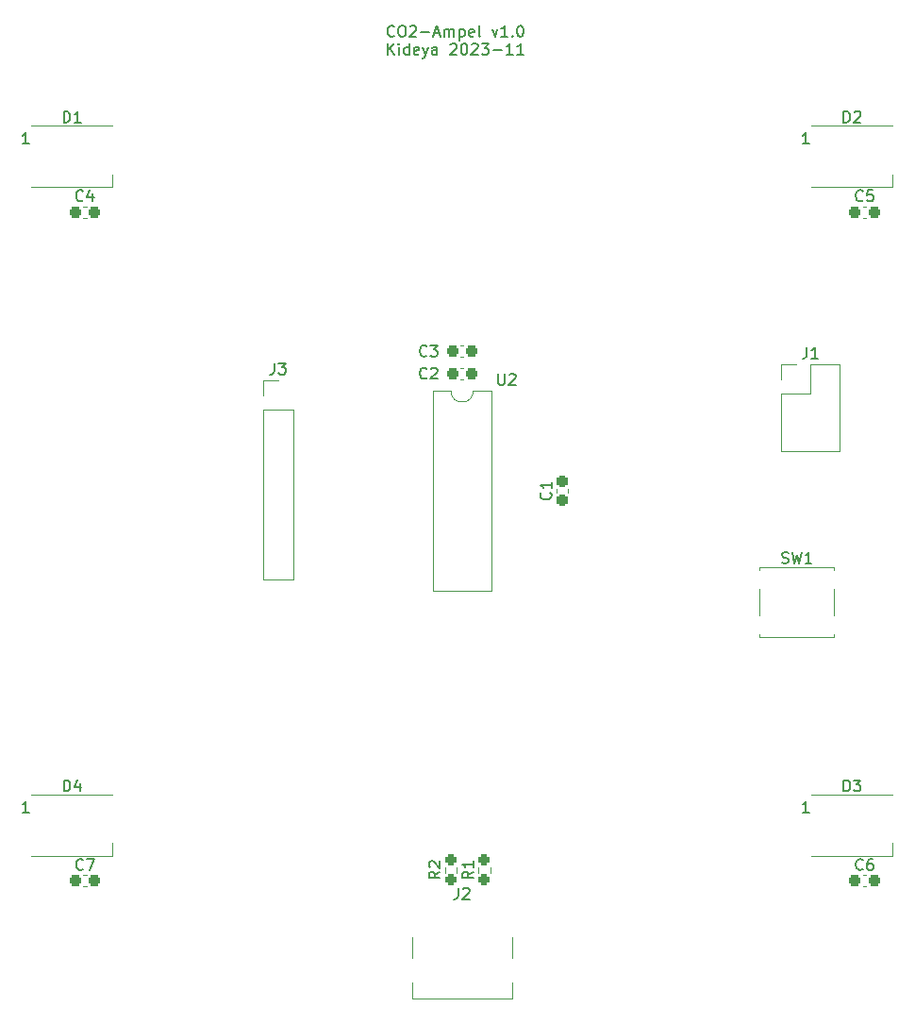
<source format=gto>
%TF.GenerationSoftware,KiCad,Pcbnew,7.0.9*%
%TF.CreationDate,2023-11-22T04:12:16+01:00*%
%TF.ProjectId,Co2-Sensor,436f322d-5365-46e7-936f-722e6b696361,rev?*%
%TF.SameCoordinates,Original*%
%TF.FileFunction,Legend,Top*%
%TF.FilePolarity,Positive*%
%FSLAX46Y46*%
G04 Gerber Fmt 4.6, Leading zero omitted, Abs format (unit mm)*
G04 Created by KiCad (PCBNEW 7.0.9) date 2023-11-22 04:12:16*
%MOMM*%
%LPD*%
G01*
G04 APERTURE LIST*
G04 Aperture macros list*
%AMRoundRect*
0 Rectangle with rounded corners*
0 $1 Rounding radius*
0 $2 $3 $4 $5 $6 $7 $8 $9 X,Y pos of 4 corners*
0 Add a 4 corners polygon primitive as box body*
4,1,4,$2,$3,$4,$5,$6,$7,$8,$9,$2,$3,0*
0 Add four circle primitives for the rounded corners*
1,1,$1+$1,$2,$3*
1,1,$1+$1,$4,$5*
1,1,$1+$1,$6,$7*
1,1,$1+$1,$8,$9*
0 Add four rect primitives between the rounded corners*
20,1,$1+$1,$2,$3,$4,$5,0*
20,1,$1+$1,$4,$5,$6,$7,0*
20,1,$1+$1,$6,$7,$8,$9,0*
20,1,$1+$1,$8,$9,$2,$3,0*%
G04 Aperture macros list end*
%ADD10C,0.150000*%
%ADD11C,0.120000*%
%ADD12RoundRect,0.237500X0.237500X-0.250000X0.237500X0.250000X-0.237500X0.250000X-0.237500X-0.250000X0*%
%ADD13RoundRect,0.237500X0.237500X-0.300000X0.237500X0.300000X-0.237500X0.300000X-0.237500X-0.300000X0*%
%ADD14C,3.200000*%
%ADD15RoundRect,0.237500X-0.300000X-0.237500X0.300000X-0.237500X0.300000X0.237500X-0.300000X0.237500X0*%
%ADD16R,1.500000X0.900000*%
%ADD17R,1.700000X1.700000*%
%ADD18O,1.700000X1.700000*%
%ADD19R,1.600000X1.600000*%
%ADD20O,1.600000X1.600000*%
%ADD21C,0.600000*%
%ADD22R,0.600000X1.160000*%
%ADD23R,0.300000X1.160000*%
%ADD24O,0.900000X2.000000*%
%ADD25O,0.900000X1.700000*%
%ADD26R,3.200000X1.000000*%
G04 APERTURE END LIST*
D10*
X107908207Y-44164580D02*
X107860588Y-44212200D01*
X107860588Y-44212200D02*
X107717731Y-44259819D01*
X107717731Y-44259819D02*
X107622493Y-44259819D01*
X107622493Y-44259819D02*
X107479636Y-44212200D01*
X107479636Y-44212200D02*
X107384398Y-44116961D01*
X107384398Y-44116961D02*
X107336779Y-44021723D01*
X107336779Y-44021723D02*
X107289160Y-43831247D01*
X107289160Y-43831247D02*
X107289160Y-43688390D01*
X107289160Y-43688390D02*
X107336779Y-43497914D01*
X107336779Y-43497914D02*
X107384398Y-43402676D01*
X107384398Y-43402676D02*
X107479636Y-43307438D01*
X107479636Y-43307438D02*
X107622493Y-43259819D01*
X107622493Y-43259819D02*
X107717731Y-43259819D01*
X107717731Y-43259819D02*
X107860588Y-43307438D01*
X107860588Y-43307438D02*
X107908207Y-43355057D01*
X108527255Y-43259819D02*
X108717731Y-43259819D01*
X108717731Y-43259819D02*
X108812969Y-43307438D01*
X108812969Y-43307438D02*
X108908207Y-43402676D01*
X108908207Y-43402676D02*
X108955826Y-43593152D01*
X108955826Y-43593152D02*
X108955826Y-43926485D01*
X108955826Y-43926485D02*
X108908207Y-44116961D01*
X108908207Y-44116961D02*
X108812969Y-44212200D01*
X108812969Y-44212200D02*
X108717731Y-44259819D01*
X108717731Y-44259819D02*
X108527255Y-44259819D01*
X108527255Y-44259819D02*
X108432017Y-44212200D01*
X108432017Y-44212200D02*
X108336779Y-44116961D01*
X108336779Y-44116961D02*
X108289160Y-43926485D01*
X108289160Y-43926485D02*
X108289160Y-43593152D01*
X108289160Y-43593152D02*
X108336779Y-43402676D01*
X108336779Y-43402676D02*
X108432017Y-43307438D01*
X108432017Y-43307438D02*
X108527255Y-43259819D01*
X109336779Y-43355057D02*
X109384398Y-43307438D01*
X109384398Y-43307438D02*
X109479636Y-43259819D01*
X109479636Y-43259819D02*
X109717731Y-43259819D01*
X109717731Y-43259819D02*
X109812969Y-43307438D01*
X109812969Y-43307438D02*
X109860588Y-43355057D01*
X109860588Y-43355057D02*
X109908207Y-43450295D01*
X109908207Y-43450295D02*
X109908207Y-43545533D01*
X109908207Y-43545533D02*
X109860588Y-43688390D01*
X109860588Y-43688390D02*
X109289160Y-44259819D01*
X109289160Y-44259819D02*
X109908207Y-44259819D01*
X110336779Y-43878866D02*
X111098684Y-43878866D01*
X111527255Y-43974104D02*
X112003445Y-43974104D01*
X111432017Y-44259819D02*
X111765350Y-43259819D01*
X111765350Y-43259819D02*
X112098683Y-44259819D01*
X112432017Y-44259819D02*
X112432017Y-43593152D01*
X112432017Y-43688390D02*
X112479636Y-43640771D01*
X112479636Y-43640771D02*
X112574874Y-43593152D01*
X112574874Y-43593152D02*
X112717731Y-43593152D01*
X112717731Y-43593152D02*
X112812969Y-43640771D01*
X112812969Y-43640771D02*
X112860588Y-43736009D01*
X112860588Y-43736009D02*
X112860588Y-44259819D01*
X112860588Y-43736009D02*
X112908207Y-43640771D01*
X112908207Y-43640771D02*
X113003445Y-43593152D01*
X113003445Y-43593152D02*
X113146302Y-43593152D01*
X113146302Y-43593152D02*
X113241541Y-43640771D01*
X113241541Y-43640771D02*
X113289160Y-43736009D01*
X113289160Y-43736009D02*
X113289160Y-44259819D01*
X113765350Y-43593152D02*
X113765350Y-44593152D01*
X113765350Y-43640771D02*
X113860588Y-43593152D01*
X113860588Y-43593152D02*
X114051064Y-43593152D01*
X114051064Y-43593152D02*
X114146302Y-43640771D01*
X114146302Y-43640771D02*
X114193921Y-43688390D01*
X114193921Y-43688390D02*
X114241540Y-43783628D01*
X114241540Y-43783628D02*
X114241540Y-44069342D01*
X114241540Y-44069342D02*
X114193921Y-44164580D01*
X114193921Y-44164580D02*
X114146302Y-44212200D01*
X114146302Y-44212200D02*
X114051064Y-44259819D01*
X114051064Y-44259819D02*
X113860588Y-44259819D01*
X113860588Y-44259819D02*
X113765350Y-44212200D01*
X115051064Y-44212200D02*
X114955826Y-44259819D01*
X114955826Y-44259819D02*
X114765350Y-44259819D01*
X114765350Y-44259819D02*
X114670112Y-44212200D01*
X114670112Y-44212200D02*
X114622493Y-44116961D01*
X114622493Y-44116961D02*
X114622493Y-43736009D01*
X114622493Y-43736009D02*
X114670112Y-43640771D01*
X114670112Y-43640771D02*
X114765350Y-43593152D01*
X114765350Y-43593152D02*
X114955826Y-43593152D01*
X114955826Y-43593152D02*
X115051064Y-43640771D01*
X115051064Y-43640771D02*
X115098683Y-43736009D01*
X115098683Y-43736009D02*
X115098683Y-43831247D01*
X115098683Y-43831247D02*
X114622493Y-43926485D01*
X115670112Y-44259819D02*
X115574874Y-44212200D01*
X115574874Y-44212200D02*
X115527255Y-44116961D01*
X115527255Y-44116961D02*
X115527255Y-43259819D01*
X116717732Y-43593152D02*
X116955827Y-44259819D01*
X116955827Y-44259819D02*
X117193922Y-43593152D01*
X118098684Y-44259819D02*
X117527256Y-44259819D01*
X117812970Y-44259819D02*
X117812970Y-43259819D01*
X117812970Y-43259819D02*
X117717732Y-43402676D01*
X117717732Y-43402676D02*
X117622494Y-43497914D01*
X117622494Y-43497914D02*
X117527256Y-43545533D01*
X118527256Y-44164580D02*
X118574875Y-44212200D01*
X118574875Y-44212200D02*
X118527256Y-44259819D01*
X118527256Y-44259819D02*
X118479637Y-44212200D01*
X118479637Y-44212200D02*
X118527256Y-44164580D01*
X118527256Y-44164580D02*
X118527256Y-44259819D01*
X119193922Y-43259819D02*
X119289160Y-43259819D01*
X119289160Y-43259819D02*
X119384398Y-43307438D01*
X119384398Y-43307438D02*
X119432017Y-43355057D01*
X119432017Y-43355057D02*
X119479636Y-43450295D01*
X119479636Y-43450295D02*
X119527255Y-43640771D01*
X119527255Y-43640771D02*
X119527255Y-43878866D01*
X119527255Y-43878866D02*
X119479636Y-44069342D01*
X119479636Y-44069342D02*
X119432017Y-44164580D01*
X119432017Y-44164580D02*
X119384398Y-44212200D01*
X119384398Y-44212200D02*
X119289160Y-44259819D01*
X119289160Y-44259819D02*
X119193922Y-44259819D01*
X119193922Y-44259819D02*
X119098684Y-44212200D01*
X119098684Y-44212200D02*
X119051065Y-44164580D01*
X119051065Y-44164580D02*
X119003446Y-44069342D01*
X119003446Y-44069342D02*
X118955827Y-43878866D01*
X118955827Y-43878866D02*
X118955827Y-43640771D01*
X118955827Y-43640771D02*
X119003446Y-43450295D01*
X119003446Y-43450295D02*
X119051065Y-43355057D01*
X119051065Y-43355057D02*
X119098684Y-43307438D01*
X119098684Y-43307438D02*
X119193922Y-43259819D01*
X107336779Y-45869819D02*
X107336779Y-44869819D01*
X107908207Y-45869819D02*
X107479636Y-45298390D01*
X107908207Y-44869819D02*
X107336779Y-45441247D01*
X108336779Y-45869819D02*
X108336779Y-45203152D01*
X108336779Y-44869819D02*
X108289160Y-44917438D01*
X108289160Y-44917438D02*
X108336779Y-44965057D01*
X108336779Y-44965057D02*
X108384398Y-44917438D01*
X108384398Y-44917438D02*
X108336779Y-44869819D01*
X108336779Y-44869819D02*
X108336779Y-44965057D01*
X109241540Y-45869819D02*
X109241540Y-44869819D01*
X109241540Y-45822200D02*
X109146302Y-45869819D01*
X109146302Y-45869819D02*
X108955826Y-45869819D01*
X108955826Y-45869819D02*
X108860588Y-45822200D01*
X108860588Y-45822200D02*
X108812969Y-45774580D01*
X108812969Y-45774580D02*
X108765350Y-45679342D01*
X108765350Y-45679342D02*
X108765350Y-45393628D01*
X108765350Y-45393628D02*
X108812969Y-45298390D01*
X108812969Y-45298390D02*
X108860588Y-45250771D01*
X108860588Y-45250771D02*
X108955826Y-45203152D01*
X108955826Y-45203152D02*
X109146302Y-45203152D01*
X109146302Y-45203152D02*
X109241540Y-45250771D01*
X110098683Y-45822200D02*
X110003445Y-45869819D01*
X110003445Y-45869819D02*
X109812969Y-45869819D01*
X109812969Y-45869819D02*
X109717731Y-45822200D01*
X109717731Y-45822200D02*
X109670112Y-45726961D01*
X109670112Y-45726961D02*
X109670112Y-45346009D01*
X109670112Y-45346009D02*
X109717731Y-45250771D01*
X109717731Y-45250771D02*
X109812969Y-45203152D01*
X109812969Y-45203152D02*
X110003445Y-45203152D01*
X110003445Y-45203152D02*
X110098683Y-45250771D01*
X110098683Y-45250771D02*
X110146302Y-45346009D01*
X110146302Y-45346009D02*
X110146302Y-45441247D01*
X110146302Y-45441247D02*
X109670112Y-45536485D01*
X110479636Y-45203152D02*
X110717731Y-45869819D01*
X110955826Y-45203152D02*
X110717731Y-45869819D01*
X110717731Y-45869819D02*
X110622493Y-46107914D01*
X110622493Y-46107914D02*
X110574874Y-46155533D01*
X110574874Y-46155533D02*
X110479636Y-46203152D01*
X111765350Y-45869819D02*
X111765350Y-45346009D01*
X111765350Y-45346009D02*
X111717731Y-45250771D01*
X111717731Y-45250771D02*
X111622493Y-45203152D01*
X111622493Y-45203152D02*
X111432017Y-45203152D01*
X111432017Y-45203152D02*
X111336779Y-45250771D01*
X111765350Y-45822200D02*
X111670112Y-45869819D01*
X111670112Y-45869819D02*
X111432017Y-45869819D01*
X111432017Y-45869819D02*
X111336779Y-45822200D01*
X111336779Y-45822200D02*
X111289160Y-45726961D01*
X111289160Y-45726961D02*
X111289160Y-45631723D01*
X111289160Y-45631723D02*
X111336779Y-45536485D01*
X111336779Y-45536485D02*
X111432017Y-45488866D01*
X111432017Y-45488866D02*
X111670112Y-45488866D01*
X111670112Y-45488866D02*
X111765350Y-45441247D01*
X112955827Y-44965057D02*
X113003446Y-44917438D01*
X113003446Y-44917438D02*
X113098684Y-44869819D01*
X113098684Y-44869819D02*
X113336779Y-44869819D01*
X113336779Y-44869819D02*
X113432017Y-44917438D01*
X113432017Y-44917438D02*
X113479636Y-44965057D01*
X113479636Y-44965057D02*
X113527255Y-45060295D01*
X113527255Y-45060295D02*
X113527255Y-45155533D01*
X113527255Y-45155533D02*
X113479636Y-45298390D01*
X113479636Y-45298390D02*
X112908208Y-45869819D01*
X112908208Y-45869819D02*
X113527255Y-45869819D01*
X114146303Y-44869819D02*
X114241541Y-44869819D01*
X114241541Y-44869819D02*
X114336779Y-44917438D01*
X114336779Y-44917438D02*
X114384398Y-44965057D01*
X114384398Y-44965057D02*
X114432017Y-45060295D01*
X114432017Y-45060295D02*
X114479636Y-45250771D01*
X114479636Y-45250771D02*
X114479636Y-45488866D01*
X114479636Y-45488866D02*
X114432017Y-45679342D01*
X114432017Y-45679342D02*
X114384398Y-45774580D01*
X114384398Y-45774580D02*
X114336779Y-45822200D01*
X114336779Y-45822200D02*
X114241541Y-45869819D01*
X114241541Y-45869819D02*
X114146303Y-45869819D01*
X114146303Y-45869819D02*
X114051065Y-45822200D01*
X114051065Y-45822200D02*
X114003446Y-45774580D01*
X114003446Y-45774580D02*
X113955827Y-45679342D01*
X113955827Y-45679342D02*
X113908208Y-45488866D01*
X113908208Y-45488866D02*
X113908208Y-45250771D01*
X113908208Y-45250771D02*
X113955827Y-45060295D01*
X113955827Y-45060295D02*
X114003446Y-44965057D01*
X114003446Y-44965057D02*
X114051065Y-44917438D01*
X114051065Y-44917438D02*
X114146303Y-44869819D01*
X114860589Y-44965057D02*
X114908208Y-44917438D01*
X114908208Y-44917438D02*
X115003446Y-44869819D01*
X115003446Y-44869819D02*
X115241541Y-44869819D01*
X115241541Y-44869819D02*
X115336779Y-44917438D01*
X115336779Y-44917438D02*
X115384398Y-44965057D01*
X115384398Y-44965057D02*
X115432017Y-45060295D01*
X115432017Y-45060295D02*
X115432017Y-45155533D01*
X115432017Y-45155533D02*
X115384398Y-45298390D01*
X115384398Y-45298390D02*
X114812970Y-45869819D01*
X114812970Y-45869819D02*
X115432017Y-45869819D01*
X115765351Y-44869819D02*
X116384398Y-44869819D01*
X116384398Y-44869819D02*
X116051065Y-45250771D01*
X116051065Y-45250771D02*
X116193922Y-45250771D01*
X116193922Y-45250771D02*
X116289160Y-45298390D01*
X116289160Y-45298390D02*
X116336779Y-45346009D01*
X116336779Y-45346009D02*
X116384398Y-45441247D01*
X116384398Y-45441247D02*
X116384398Y-45679342D01*
X116384398Y-45679342D02*
X116336779Y-45774580D01*
X116336779Y-45774580D02*
X116289160Y-45822200D01*
X116289160Y-45822200D02*
X116193922Y-45869819D01*
X116193922Y-45869819D02*
X115908208Y-45869819D01*
X115908208Y-45869819D02*
X115812970Y-45822200D01*
X115812970Y-45822200D02*
X115765351Y-45774580D01*
X116812970Y-45488866D02*
X117574875Y-45488866D01*
X118574874Y-45869819D02*
X118003446Y-45869819D01*
X118289160Y-45869819D02*
X118289160Y-44869819D01*
X118289160Y-44869819D02*
X118193922Y-45012676D01*
X118193922Y-45012676D02*
X118098684Y-45107914D01*
X118098684Y-45107914D02*
X118003446Y-45155533D01*
X119527255Y-45869819D02*
X118955827Y-45869819D01*
X119241541Y-45869819D02*
X119241541Y-44869819D01*
X119241541Y-44869819D02*
X119146303Y-45012676D01*
X119146303Y-45012676D02*
X119051065Y-45107914D01*
X119051065Y-45107914D02*
X118955827Y-45155533D01*
X112024819Y-119166666D02*
X111548628Y-119499999D01*
X112024819Y-119738094D02*
X111024819Y-119738094D01*
X111024819Y-119738094D02*
X111024819Y-119357142D01*
X111024819Y-119357142D02*
X111072438Y-119261904D01*
X111072438Y-119261904D02*
X111120057Y-119214285D01*
X111120057Y-119214285D02*
X111215295Y-119166666D01*
X111215295Y-119166666D02*
X111358152Y-119166666D01*
X111358152Y-119166666D02*
X111453390Y-119214285D01*
X111453390Y-119214285D02*
X111501009Y-119261904D01*
X111501009Y-119261904D02*
X111548628Y-119357142D01*
X111548628Y-119357142D02*
X111548628Y-119738094D01*
X111120057Y-118785713D02*
X111072438Y-118738094D01*
X111072438Y-118738094D02*
X111024819Y-118642856D01*
X111024819Y-118642856D02*
X111024819Y-118404761D01*
X111024819Y-118404761D02*
X111072438Y-118309523D01*
X111072438Y-118309523D02*
X111120057Y-118261904D01*
X111120057Y-118261904D02*
X111215295Y-118214285D01*
X111215295Y-118214285D02*
X111310533Y-118214285D01*
X111310533Y-118214285D02*
X111453390Y-118261904D01*
X111453390Y-118261904D02*
X112024819Y-118833332D01*
X112024819Y-118833332D02*
X112024819Y-118214285D01*
X121929580Y-85166666D02*
X121977200Y-85214285D01*
X121977200Y-85214285D02*
X122024819Y-85357142D01*
X122024819Y-85357142D02*
X122024819Y-85452380D01*
X122024819Y-85452380D02*
X121977200Y-85595237D01*
X121977200Y-85595237D02*
X121881961Y-85690475D01*
X121881961Y-85690475D02*
X121786723Y-85738094D01*
X121786723Y-85738094D02*
X121596247Y-85785713D01*
X121596247Y-85785713D02*
X121453390Y-85785713D01*
X121453390Y-85785713D02*
X121262914Y-85738094D01*
X121262914Y-85738094D02*
X121167676Y-85690475D01*
X121167676Y-85690475D02*
X121072438Y-85595237D01*
X121072438Y-85595237D02*
X121024819Y-85452380D01*
X121024819Y-85452380D02*
X121024819Y-85357142D01*
X121024819Y-85357142D02*
X121072438Y-85214285D01*
X121072438Y-85214285D02*
X121120057Y-85166666D01*
X122024819Y-84214285D02*
X122024819Y-84785713D01*
X122024819Y-84499999D02*
X121024819Y-84499999D01*
X121024819Y-84499999D02*
X121167676Y-84595237D01*
X121167676Y-84595237D02*
X121262914Y-84690475D01*
X121262914Y-84690475D02*
X121310533Y-84785713D01*
X110833333Y-74859580D02*
X110785714Y-74907200D01*
X110785714Y-74907200D02*
X110642857Y-74954819D01*
X110642857Y-74954819D02*
X110547619Y-74954819D01*
X110547619Y-74954819D02*
X110404762Y-74907200D01*
X110404762Y-74907200D02*
X110309524Y-74811961D01*
X110309524Y-74811961D02*
X110261905Y-74716723D01*
X110261905Y-74716723D02*
X110214286Y-74526247D01*
X110214286Y-74526247D02*
X110214286Y-74383390D01*
X110214286Y-74383390D02*
X110261905Y-74192914D01*
X110261905Y-74192914D02*
X110309524Y-74097676D01*
X110309524Y-74097676D02*
X110404762Y-74002438D01*
X110404762Y-74002438D02*
X110547619Y-73954819D01*
X110547619Y-73954819D02*
X110642857Y-73954819D01*
X110642857Y-73954819D02*
X110785714Y-74002438D01*
X110785714Y-74002438D02*
X110833333Y-74050057D01*
X111214286Y-74050057D02*
X111261905Y-74002438D01*
X111261905Y-74002438D02*
X111357143Y-73954819D01*
X111357143Y-73954819D02*
X111595238Y-73954819D01*
X111595238Y-73954819D02*
X111690476Y-74002438D01*
X111690476Y-74002438D02*
X111738095Y-74050057D01*
X111738095Y-74050057D02*
X111785714Y-74145295D01*
X111785714Y-74145295D02*
X111785714Y-74240533D01*
X111785714Y-74240533D02*
X111738095Y-74383390D01*
X111738095Y-74383390D02*
X111166667Y-74954819D01*
X111166667Y-74954819D02*
X111785714Y-74954819D01*
X148261905Y-51954819D02*
X148261905Y-50954819D01*
X148261905Y-50954819D02*
X148500000Y-50954819D01*
X148500000Y-50954819D02*
X148642857Y-51002438D01*
X148642857Y-51002438D02*
X148738095Y-51097676D01*
X148738095Y-51097676D02*
X148785714Y-51192914D01*
X148785714Y-51192914D02*
X148833333Y-51383390D01*
X148833333Y-51383390D02*
X148833333Y-51526247D01*
X148833333Y-51526247D02*
X148785714Y-51716723D01*
X148785714Y-51716723D02*
X148738095Y-51811961D01*
X148738095Y-51811961D02*
X148642857Y-51907200D01*
X148642857Y-51907200D02*
X148500000Y-51954819D01*
X148500000Y-51954819D02*
X148261905Y-51954819D01*
X149214286Y-51050057D02*
X149261905Y-51002438D01*
X149261905Y-51002438D02*
X149357143Y-50954819D01*
X149357143Y-50954819D02*
X149595238Y-50954819D01*
X149595238Y-50954819D02*
X149690476Y-51002438D01*
X149690476Y-51002438D02*
X149738095Y-51050057D01*
X149738095Y-51050057D02*
X149785714Y-51145295D01*
X149785714Y-51145295D02*
X149785714Y-51240533D01*
X149785714Y-51240533D02*
X149738095Y-51383390D01*
X149738095Y-51383390D02*
X149166667Y-51954819D01*
X149166667Y-51954819D02*
X149785714Y-51954819D01*
X145135714Y-53854819D02*
X144564286Y-53854819D01*
X144850000Y-53854819D02*
X144850000Y-52854819D01*
X144850000Y-52854819D02*
X144754762Y-52997676D01*
X144754762Y-52997676D02*
X144659524Y-53092914D01*
X144659524Y-53092914D02*
X144564286Y-53140533D01*
X110833333Y-72859580D02*
X110785714Y-72907200D01*
X110785714Y-72907200D02*
X110642857Y-72954819D01*
X110642857Y-72954819D02*
X110547619Y-72954819D01*
X110547619Y-72954819D02*
X110404762Y-72907200D01*
X110404762Y-72907200D02*
X110309524Y-72811961D01*
X110309524Y-72811961D02*
X110261905Y-72716723D01*
X110261905Y-72716723D02*
X110214286Y-72526247D01*
X110214286Y-72526247D02*
X110214286Y-72383390D01*
X110214286Y-72383390D02*
X110261905Y-72192914D01*
X110261905Y-72192914D02*
X110309524Y-72097676D01*
X110309524Y-72097676D02*
X110404762Y-72002438D01*
X110404762Y-72002438D02*
X110547619Y-71954819D01*
X110547619Y-71954819D02*
X110642857Y-71954819D01*
X110642857Y-71954819D02*
X110785714Y-72002438D01*
X110785714Y-72002438D02*
X110833333Y-72050057D01*
X111166667Y-71954819D02*
X111785714Y-71954819D01*
X111785714Y-71954819D02*
X111452381Y-72335771D01*
X111452381Y-72335771D02*
X111595238Y-72335771D01*
X111595238Y-72335771D02*
X111690476Y-72383390D01*
X111690476Y-72383390D02*
X111738095Y-72431009D01*
X111738095Y-72431009D02*
X111785714Y-72526247D01*
X111785714Y-72526247D02*
X111785714Y-72764342D01*
X111785714Y-72764342D02*
X111738095Y-72859580D01*
X111738095Y-72859580D02*
X111690476Y-72907200D01*
X111690476Y-72907200D02*
X111595238Y-72954819D01*
X111595238Y-72954819D02*
X111309524Y-72954819D01*
X111309524Y-72954819D02*
X111214286Y-72907200D01*
X111214286Y-72907200D02*
X111166667Y-72859580D01*
X144936666Y-72124819D02*
X144936666Y-72839104D01*
X144936666Y-72839104D02*
X144889047Y-72981961D01*
X144889047Y-72981961D02*
X144793809Y-73077200D01*
X144793809Y-73077200D02*
X144650952Y-73124819D01*
X144650952Y-73124819D02*
X144555714Y-73124819D01*
X145936666Y-73124819D02*
X145365238Y-73124819D01*
X145650952Y-73124819D02*
X145650952Y-72124819D01*
X145650952Y-72124819D02*
X145555714Y-72267676D01*
X145555714Y-72267676D02*
X145460476Y-72362914D01*
X145460476Y-72362914D02*
X145365238Y-72410533D01*
X97166666Y-73544819D02*
X97166666Y-74259104D01*
X97166666Y-74259104D02*
X97119047Y-74401961D01*
X97119047Y-74401961D02*
X97023809Y-74497200D01*
X97023809Y-74497200D02*
X96880952Y-74544819D01*
X96880952Y-74544819D02*
X96785714Y-74544819D01*
X97547619Y-73544819D02*
X98166666Y-73544819D01*
X98166666Y-73544819D02*
X97833333Y-73925771D01*
X97833333Y-73925771D02*
X97976190Y-73925771D01*
X97976190Y-73925771D02*
X98071428Y-73973390D01*
X98071428Y-73973390D02*
X98119047Y-74021009D01*
X98119047Y-74021009D02*
X98166666Y-74116247D01*
X98166666Y-74116247D02*
X98166666Y-74354342D01*
X98166666Y-74354342D02*
X98119047Y-74449580D01*
X98119047Y-74449580D02*
X98071428Y-74497200D01*
X98071428Y-74497200D02*
X97976190Y-74544819D01*
X97976190Y-74544819D02*
X97690476Y-74544819D01*
X97690476Y-74544819D02*
X97595238Y-74497200D01*
X97595238Y-74497200D02*
X97547619Y-74449580D01*
X149970833Y-118929580D02*
X149923214Y-118977200D01*
X149923214Y-118977200D02*
X149780357Y-119024819D01*
X149780357Y-119024819D02*
X149685119Y-119024819D01*
X149685119Y-119024819D02*
X149542262Y-118977200D01*
X149542262Y-118977200D02*
X149447024Y-118881961D01*
X149447024Y-118881961D02*
X149399405Y-118786723D01*
X149399405Y-118786723D02*
X149351786Y-118596247D01*
X149351786Y-118596247D02*
X149351786Y-118453390D01*
X149351786Y-118453390D02*
X149399405Y-118262914D01*
X149399405Y-118262914D02*
X149447024Y-118167676D01*
X149447024Y-118167676D02*
X149542262Y-118072438D01*
X149542262Y-118072438D02*
X149685119Y-118024819D01*
X149685119Y-118024819D02*
X149780357Y-118024819D01*
X149780357Y-118024819D02*
X149923214Y-118072438D01*
X149923214Y-118072438D02*
X149970833Y-118120057D01*
X150827976Y-118024819D02*
X150637500Y-118024819D01*
X150637500Y-118024819D02*
X150542262Y-118072438D01*
X150542262Y-118072438D02*
X150494643Y-118120057D01*
X150494643Y-118120057D02*
X150399405Y-118262914D01*
X150399405Y-118262914D02*
X150351786Y-118453390D01*
X150351786Y-118453390D02*
X150351786Y-118834342D01*
X150351786Y-118834342D02*
X150399405Y-118929580D01*
X150399405Y-118929580D02*
X150447024Y-118977200D01*
X150447024Y-118977200D02*
X150542262Y-119024819D01*
X150542262Y-119024819D02*
X150732738Y-119024819D01*
X150732738Y-119024819D02*
X150827976Y-118977200D01*
X150827976Y-118977200D02*
X150875595Y-118929580D01*
X150875595Y-118929580D02*
X150923214Y-118834342D01*
X150923214Y-118834342D02*
X150923214Y-118596247D01*
X150923214Y-118596247D02*
X150875595Y-118501009D01*
X150875595Y-118501009D02*
X150827976Y-118453390D01*
X150827976Y-118453390D02*
X150732738Y-118405771D01*
X150732738Y-118405771D02*
X150542262Y-118405771D01*
X150542262Y-118405771D02*
X150447024Y-118453390D01*
X150447024Y-118453390D02*
X150399405Y-118501009D01*
X150399405Y-118501009D02*
X150351786Y-118596247D01*
X117238095Y-74499819D02*
X117238095Y-75309342D01*
X117238095Y-75309342D02*
X117285714Y-75404580D01*
X117285714Y-75404580D02*
X117333333Y-75452200D01*
X117333333Y-75452200D02*
X117428571Y-75499819D01*
X117428571Y-75499819D02*
X117619047Y-75499819D01*
X117619047Y-75499819D02*
X117714285Y-75452200D01*
X117714285Y-75452200D02*
X117761904Y-75404580D01*
X117761904Y-75404580D02*
X117809523Y-75309342D01*
X117809523Y-75309342D02*
X117809523Y-74499819D01*
X118238095Y-74595057D02*
X118285714Y-74547438D01*
X118285714Y-74547438D02*
X118380952Y-74499819D01*
X118380952Y-74499819D02*
X118619047Y-74499819D01*
X118619047Y-74499819D02*
X118714285Y-74547438D01*
X118714285Y-74547438D02*
X118761904Y-74595057D01*
X118761904Y-74595057D02*
X118809523Y-74690295D01*
X118809523Y-74690295D02*
X118809523Y-74785533D01*
X118809523Y-74785533D02*
X118761904Y-74928390D01*
X118761904Y-74928390D02*
X118190476Y-75499819D01*
X118190476Y-75499819D02*
X118809523Y-75499819D01*
X79970833Y-58929580D02*
X79923214Y-58977200D01*
X79923214Y-58977200D02*
X79780357Y-59024819D01*
X79780357Y-59024819D02*
X79685119Y-59024819D01*
X79685119Y-59024819D02*
X79542262Y-58977200D01*
X79542262Y-58977200D02*
X79447024Y-58881961D01*
X79447024Y-58881961D02*
X79399405Y-58786723D01*
X79399405Y-58786723D02*
X79351786Y-58596247D01*
X79351786Y-58596247D02*
X79351786Y-58453390D01*
X79351786Y-58453390D02*
X79399405Y-58262914D01*
X79399405Y-58262914D02*
X79447024Y-58167676D01*
X79447024Y-58167676D02*
X79542262Y-58072438D01*
X79542262Y-58072438D02*
X79685119Y-58024819D01*
X79685119Y-58024819D02*
X79780357Y-58024819D01*
X79780357Y-58024819D02*
X79923214Y-58072438D01*
X79923214Y-58072438D02*
X79970833Y-58120057D01*
X80827976Y-58358152D02*
X80827976Y-59024819D01*
X80589881Y-57977200D02*
X80351786Y-58691485D01*
X80351786Y-58691485D02*
X80970833Y-58691485D01*
X115024819Y-119166666D02*
X114548628Y-119499999D01*
X115024819Y-119738094D02*
X114024819Y-119738094D01*
X114024819Y-119738094D02*
X114024819Y-119357142D01*
X114024819Y-119357142D02*
X114072438Y-119261904D01*
X114072438Y-119261904D02*
X114120057Y-119214285D01*
X114120057Y-119214285D02*
X114215295Y-119166666D01*
X114215295Y-119166666D02*
X114358152Y-119166666D01*
X114358152Y-119166666D02*
X114453390Y-119214285D01*
X114453390Y-119214285D02*
X114501009Y-119261904D01*
X114501009Y-119261904D02*
X114548628Y-119357142D01*
X114548628Y-119357142D02*
X114548628Y-119738094D01*
X115024819Y-118214285D02*
X115024819Y-118785713D01*
X115024819Y-118499999D02*
X114024819Y-118499999D01*
X114024819Y-118499999D02*
X114167676Y-118595237D01*
X114167676Y-118595237D02*
X114262914Y-118690475D01*
X114262914Y-118690475D02*
X114310533Y-118785713D01*
X149970833Y-58929580D02*
X149923214Y-58977200D01*
X149923214Y-58977200D02*
X149780357Y-59024819D01*
X149780357Y-59024819D02*
X149685119Y-59024819D01*
X149685119Y-59024819D02*
X149542262Y-58977200D01*
X149542262Y-58977200D02*
X149447024Y-58881961D01*
X149447024Y-58881961D02*
X149399405Y-58786723D01*
X149399405Y-58786723D02*
X149351786Y-58596247D01*
X149351786Y-58596247D02*
X149351786Y-58453390D01*
X149351786Y-58453390D02*
X149399405Y-58262914D01*
X149399405Y-58262914D02*
X149447024Y-58167676D01*
X149447024Y-58167676D02*
X149542262Y-58072438D01*
X149542262Y-58072438D02*
X149685119Y-58024819D01*
X149685119Y-58024819D02*
X149780357Y-58024819D01*
X149780357Y-58024819D02*
X149923214Y-58072438D01*
X149923214Y-58072438D02*
X149970833Y-58120057D01*
X150875595Y-58024819D02*
X150399405Y-58024819D01*
X150399405Y-58024819D02*
X150351786Y-58501009D01*
X150351786Y-58501009D02*
X150399405Y-58453390D01*
X150399405Y-58453390D02*
X150494643Y-58405771D01*
X150494643Y-58405771D02*
X150732738Y-58405771D01*
X150732738Y-58405771D02*
X150827976Y-58453390D01*
X150827976Y-58453390D02*
X150875595Y-58501009D01*
X150875595Y-58501009D02*
X150923214Y-58596247D01*
X150923214Y-58596247D02*
X150923214Y-58834342D01*
X150923214Y-58834342D02*
X150875595Y-58929580D01*
X150875595Y-58929580D02*
X150827976Y-58977200D01*
X150827976Y-58977200D02*
X150732738Y-59024819D01*
X150732738Y-59024819D02*
X150494643Y-59024819D01*
X150494643Y-59024819D02*
X150399405Y-58977200D01*
X150399405Y-58977200D02*
X150351786Y-58929580D01*
X113666666Y-120624819D02*
X113666666Y-121339104D01*
X113666666Y-121339104D02*
X113619047Y-121481961D01*
X113619047Y-121481961D02*
X113523809Y-121577200D01*
X113523809Y-121577200D02*
X113380952Y-121624819D01*
X113380952Y-121624819D02*
X113285714Y-121624819D01*
X114095238Y-120720057D02*
X114142857Y-120672438D01*
X114142857Y-120672438D02*
X114238095Y-120624819D01*
X114238095Y-120624819D02*
X114476190Y-120624819D01*
X114476190Y-120624819D02*
X114571428Y-120672438D01*
X114571428Y-120672438D02*
X114619047Y-120720057D01*
X114619047Y-120720057D02*
X114666666Y-120815295D01*
X114666666Y-120815295D02*
X114666666Y-120910533D01*
X114666666Y-120910533D02*
X114619047Y-121053390D01*
X114619047Y-121053390D02*
X114047619Y-121624819D01*
X114047619Y-121624819D02*
X114666666Y-121624819D01*
X79970833Y-118929580D02*
X79923214Y-118977200D01*
X79923214Y-118977200D02*
X79780357Y-119024819D01*
X79780357Y-119024819D02*
X79685119Y-119024819D01*
X79685119Y-119024819D02*
X79542262Y-118977200D01*
X79542262Y-118977200D02*
X79447024Y-118881961D01*
X79447024Y-118881961D02*
X79399405Y-118786723D01*
X79399405Y-118786723D02*
X79351786Y-118596247D01*
X79351786Y-118596247D02*
X79351786Y-118453390D01*
X79351786Y-118453390D02*
X79399405Y-118262914D01*
X79399405Y-118262914D02*
X79447024Y-118167676D01*
X79447024Y-118167676D02*
X79542262Y-118072438D01*
X79542262Y-118072438D02*
X79685119Y-118024819D01*
X79685119Y-118024819D02*
X79780357Y-118024819D01*
X79780357Y-118024819D02*
X79923214Y-118072438D01*
X79923214Y-118072438D02*
X79970833Y-118120057D01*
X80304167Y-118024819D02*
X80970833Y-118024819D01*
X80970833Y-118024819D02*
X80542262Y-119024819D01*
X148261905Y-111954819D02*
X148261905Y-110954819D01*
X148261905Y-110954819D02*
X148500000Y-110954819D01*
X148500000Y-110954819D02*
X148642857Y-111002438D01*
X148642857Y-111002438D02*
X148738095Y-111097676D01*
X148738095Y-111097676D02*
X148785714Y-111192914D01*
X148785714Y-111192914D02*
X148833333Y-111383390D01*
X148833333Y-111383390D02*
X148833333Y-111526247D01*
X148833333Y-111526247D02*
X148785714Y-111716723D01*
X148785714Y-111716723D02*
X148738095Y-111811961D01*
X148738095Y-111811961D02*
X148642857Y-111907200D01*
X148642857Y-111907200D02*
X148500000Y-111954819D01*
X148500000Y-111954819D02*
X148261905Y-111954819D01*
X149166667Y-110954819D02*
X149785714Y-110954819D01*
X149785714Y-110954819D02*
X149452381Y-111335771D01*
X149452381Y-111335771D02*
X149595238Y-111335771D01*
X149595238Y-111335771D02*
X149690476Y-111383390D01*
X149690476Y-111383390D02*
X149738095Y-111431009D01*
X149738095Y-111431009D02*
X149785714Y-111526247D01*
X149785714Y-111526247D02*
X149785714Y-111764342D01*
X149785714Y-111764342D02*
X149738095Y-111859580D01*
X149738095Y-111859580D02*
X149690476Y-111907200D01*
X149690476Y-111907200D02*
X149595238Y-111954819D01*
X149595238Y-111954819D02*
X149309524Y-111954819D01*
X149309524Y-111954819D02*
X149214286Y-111907200D01*
X149214286Y-111907200D02*
X149166667Y-111859580D01*
X145135714Y-113854819D02*
X144564286Y-113854819D01*
X144850000Y-113854819D02*
X144850000Y-112854819D01*
X144850000Y-112854819D02*
X144754762Y-112997676D01*
X144754762Y-112997676D02*
X144659524Y-113092914D01*
X144659524Y-113092914D02*
X144564286Y-113140533D01*
X142716667Y-91457200D02*
X142859524Y-91504819D01*
X142859524Y-91504819D02*
X143097619Y-91504819D01*
X143097619Y-91504819D02*
X143192857Y-91457200D01*
X143192857Y-91457200D02*
X143240476Y-91409580D01*
X143240476Y-91409580D02*
X143288095Y-91314342D01*
X143288095Y-91314342D02*
X143288095Y-91219104D01*
X143288095Y-91219104D02*
X143240476Y-91123866D01*
X143240476Y-91123866D02*
X143192857Y-91076247D01*
X143192857Y-91076247D02*
X143097619Y-91028628D01*
X143097619Y-91028628D02*
X142907143Y-90981009D01*
X142907143Y-90981009D02*
X142811905Y-90933390D01*
X142811905Y-90933390D02*
X142764286Y-90885771D01*
X142764286Y-90885771D02*
X142716667Y-90790533D01*
X142716667Y-90790533D02*
X142716667Y-90695295D01*
X142716667Y-90695295D02*
X142764286Y-90600057D01*
X142764286Y-90600057D02*
X142811905Y-90552438D01*
X142811905Y-90552438D02*
X142907143Y-90504819D01*
X142907143Y-90504819D02*
X143145238Y-90504819D01*
X143145238Y-90504819D02*
X143288095Y-90552438D01*
X143621429Y-90504819D02*
X143859524Y-91504819D01*
X143859524Y-91504819D02*
X144050000Y-90790533D01*
X144050000Y-90790533D02*
X144240476Y-91504819D01*
X144240476Y-91504819D02*
X144478572Y-90504819D01*
X145383333Y-91504819D02*
X144811905Y-91504819D01*
X145097619Y-91504819D02*
X145097619Y-90504819D01*
X145097619Y-90504819D02*
X145002381Y-90647676D01*
X145002381Y-90647676D02*
X144907143Y-90742914D01*
X144907143Y-90742914D02*
X144811905Y-90790533D01*
X78261905Y-51954819D02*
X78261905Y-50954819D01*
X78261905Y-50954819D02*
X78500000Y-50954819D01*
X78500000Y-50954819D02*
X78642857Y-51002438D01*
X78642857Y-51002438D02*
X78738095Y-51097676D01*
X78738095Y-51097676D02*
X78785714Y-51192914D01*
X78785714Y-51192914D02*
X78833333Y-51383390D01*
X78833333Y-51383390D02*
X78833333Y-51526247D01*
X78833333Y-51526247D02*
X78785714Y-51716723D01*
X78785714Y-51716723D02*
X78738095Y-51811961D01*
X78738095Y-51811961D02*
X78642857Y-51907200D01*
X78642857Y-51907200D02*
X78500000Y-51954819D01*
X78500000Y-51954819D02*
X78261905Y-51954819D01*
X79785714Y-51954819D02*
X79214286Y-51954819D01*
X79500000Y-51954819D02*
X79500000Y-50954819D01*
X79500000Y-50954819D02*
X79404762Y-51097676D01*
X79404762Y-51097676D02*
X79309524Y-51192914D01*
X79309524Y-51192914D02*
X79214286Y-51240533D01*
X75135714Y-53854819D02*
X74564286Y-53854819D01*
X74850000Y-53854819D02*
X74850000Y-52854819D01*
X74850000Y-52854819D02*
X74754762Y-52997676D01*
X74754762Y-52997676D02*
X74659524Y-53092914D01*
X74659524Y-53092914D02*
X74564286Y-53140533D01*
X78261905Y-111954819D02*
X78261905Y-110954819D01*
X78261905Y-110954819D02*
X78500000Y-110954819D01*
X78500000Y-110954819D02*
X78642857Y-111002438D01*
X78642857Y-111002438D02*
X78738095Y-111097676D01*
X78738095Y-111097676D02*
X78785714Y-111192914D01*
X78785714Y-111192914D02*
X78833333Y-111383390D01*
X78833333Y-111383390D02*
X78833333Y-111526247D01*
X78833333Y-111526247D02*
X78785714Y-111716723D01*
X78785714Y-111716723D02*
X78738095Y-111811961D01*
X78738095Y-111811961D02*
X78642857Y-111907200D01*
X78642857Y-111907200D02*
X78500000Y-111954819D01*
X78500000Y-111954819D02*
X78261905Y-111954819D01*
X79690476Y-111288152D02*
X79690476Y-111954819D01*
X79452381Y-110907200D02*
X79214286Y-111621485D01*
X79214286Y-111621485D02*
X79833333Y-111621485D01*
X75135714Y-113854819D02*
X74564286Y-113854819D01*
X74850000Y-113854819D02*
X74850000Y-112854819D01*
X74850000Y-112854819D02*
X74754762Y-112997676D01*
X74754762Y-112997676D02*
X74659524Y-113092914D01*
X74659524Y-113092914D02*
X74564286Y-113140533D01*
D11*
%TO.C,R2*%
X112477500Y-119254724D02*
X112477500Y-118745276D01*
X113522500Y-119254724D02*
X113522500Y-118745276D01*
%TO.C,C1*%
X122490000Y-85146267D02*
X122490000Y-84853733D01*
X123510000Y-85146267D02*
X123510000Y-84853733D01*
%TO.C,C2*%
X113853733Y-73990000D02*
X114146267Y-73990000D01*
X113853733Y-75010000D02*
X114146267Y-75010000D01*
%TO.C,D2*%
X145350000Y-52250000D02*
X152650000Y-52250000D01*
X145350000Y-57750000D02*
X152650000Y-57750000D01*
X152650000Y-57750000D02*
X152650000Y-56600000D01*
%TO.C,C3*%
X113853733Y-71990000D02*
X114146267Y-71990000D01*
X113853733Y-73010000D02*
X114146267Y-73010000D01*
%TO.C,J1*%
X142670000Y-73670000D02*
X144000000Y-73670000D01*
X142670000Y-75000000D02*
X142670000Y-73670000D01*
X142670000Y-76270000D02*
X142670000Y-81410000D01*
X142670000Y-76270000D02*
X145270000Y-76270000D01*
X142670000Y-81410000D02*
X147870000Y-81410000D01*
X145270000Y-73670000D02*
X147870000Y-73670000D01*
X145270000Y-76270000D02*
X145270000Y-73670000D01*
X147870000Y-73670000D02*
X147870000Y-81410000D01*
%TO.C,J3*%
X96170000Y-75090000D02*
X97500000Y-75090000D01*
X96170000Y-76420000D02*
X96170000Y-75090000D01*
X96170000Y-77690000D02*
X96170000Y-92990000D01*
X96170000Y-77690000D02*
X98830000Y-77690000D01*
X96170000Y-92990000D02*
X98830000Y-92990000D01*
X98830000Y-77690000D02*
X98830000Y-92990000D01*
%TO.C,C6*%
X149991233Y-119490000D02*
X150283767Y-119490000D01*
X149991233Y-120510000D02*
X150283767Y-120510000D01*
%TO.C,U2*%
X111360000Y-76045000D02*
X111360000Y-93945000D01*
X111360000Y-93945000D02*
X116660000Y-93945000D01*
X113010000Y-76045000D02*
X111360000Y-76045000D01*
X116660000Y-76045000D02*
X115010000Y-76045000D01*
X116660000Y-93945000D02*
X116660000Y-76045000D01*
X113010000Y-76045000D02*
G75*
G03*
X115010000Y-76045000I1000000J0D01*
G01*
%TO.C,C4*%
X79991233Y-59490000D02*
X80283767Y-59490000D01*
X79991233Y-60510000D02*
X80283767Y-60510000D01*
%TO.C,R1*%
X115477500Y-119254724D02*
X115477500Y-118745276D01*
X116522500Y-119254724D02*
X116522500Y-118745276D01*
%TO.C,C5*%
X149991233Y-59490000D02*
X150283767Y-59490000D01*
X149991233Y-60510000D02*
X150283767Y-60510000D01*
%TO.C,J2*%
X109530000Y-125080000D02*
X109530000Y-126880000D01*
X109530000Y-130590000D02*
X109530000Y-129130000D01*
X118470000Y-125080000D02*
X118470000Y-126880000D01*
X118470000Y-130590000D02*
X109530000Y-130590000D01*
X118470000Y-130590000D02*
X118470000Y-129130000D01*
%TO.C,C7*%
X79991233Y-119490000D02*
X80283767Y-119490000D01*
X79991233Y-120510000D02*
X80283767Y-120510000D01*
%TO.C,D3*%
X145350000Y-112250000D02*
X152650000Y-112250000D01*
X145350000Y-117750000D02*
X152650000Y-117750000D01*
X152650000Y-117750000D02*
X152650000Y-116600000D01*
%TO.C,SW1*%
X140650000Y-91900000D02*
X140650000Y-92100000D01*
X140650000Y-93800000D02*
X140650000Y-96200000D01*
X140650000Y-98100000D02*
X140650000Y-97900000D01*
X140650000Y-98100000D02*
X147350000Y-98100000D01*
X147350000Y-91900000D02*
X140650000Y-91900000D01*
X147350000Y-91900000D02*
X147350000Y-92100000D01*
X147350000Y-93800000D02*
X147350000Y-96200000D01*
X147350000Y-98100000D02*
X147350000Y-97900000D01*
%TO.C,D1*%
X75350000Y-52250000D02*
X82650000Y-52250000D01*
X75350000Y-57750000D02*
X82650000Y-57750000D01*
X82650000Y-57750000D02*
X82650000Y-56600000D01*
%TO.C,D4*%
X75350000Y-112250000D02*
X82650000Y-112250000D01*
X75350000Y-117750000D02*
X82650000Y-117750000D01*
X82650000Y-117750000D02*
X82650000Y-116600000D01*
%TD*%
%LPC*%
D12*
%TO.C,R2*%
X113000000Y-119912500D03*
X113000000Y-118087500D03*
%TD*%
D13*
%TO.C,C1*%
X123000000Y-85862500D03*
X123000000Y-84137500D03*
%TD*%
D14*
%TO.C,H4*%
X74000000Y-125000000D03*
%TD*%
D15*
%TO.C,C2*%
X113137500Y-74500000D03*
X114862500Y-74500000D03*
%TD*%
D14*
%TO.C,H2*%
X154000000Y-45000000D03*
%TD*%
D16*
%TO.C,D2*%
X146550000Y-53350000D03*
X146550000Y-56650000D03*
X151450000Y-56650000D03*
X151450000Y-53350000D03*
%TD*%
D15*
%TO.C,C3*%
X113137500Y-72500000D03*
X114862500Y-72500000D03*
%TD*%
D17*
%TO.C,J1*%
X144000000Y-75000000D03*
D18*
X146540000Y-75000000D03*
X144000000Y-77540000D03*
X146540000Y-77540000D03*
X144000000Y-80080000D03*
X146540000Y-80080000D03*
%TD*%
D17*
%TO.C,J3*%
X97500000Y-76420000D03*
D18*
X97500000Y-78960000D03*
X97500000Y-81500000D03*
X97500000Y-84040000D03*
X97500000Y-86580000D03*
X97500000Y-89120000D03*
X97500000Y-91660000D03*
%TD*%
D15*
%TO.C,C6*%
X149275000Y-120000000D03*
X151000000Y-120000000D03*
%TD*%
D19*
%TO.C,U2*%
X110200000Y-77375000D03*
D20*
X110200000Y-79915000D03*
X110200000Y-82455000D03*
X110200000Y-84995000D03*
X110200000Y-87535000D03*
X110200000Y-90075000D03*
X110200000Y-92615000D03*
X117820000Y-92615000D03*
X117820000Y-90075000D03*
X117820000Y-87535000D03*
X117820000Y-84995000D03*
X117820000Y-82455000D03*
X117820000Y-79915000D03*
X117820000Y-77375000D03*
%TD*%
D15*
%TO.C,C4*%
X79275000Y-60000000D03*
X81000000Y-60000000D03*
%TD*%
D12*
%TO.C,R1*%
X116000000Y-119912500D03*
X116000000Y-118087500D03*
%TD*%
D15*
%TO.C,C5*%
X149275000Y-60000000D03*
X151000000Y-60000000D03*
%TD*%
D21*
%TO.C,J2*%
X111110000Y-124300000D03*
X116890000Y-124300000D03*
D22*
X110800000Y-123240000D03*
X111600000Y-123240000D03*
D23*
X112750000Y-123240000D03*
X113750000Y-123240000D03*
X114250000Y-123240000D03*
X115250000Y-123240000D03*
D22*
X116400000Y-123240000D03*
X117200000Y-123240000D03*
X117200000Y-123240000D03*
X116400000Y-123240000D03*
D23*
X115750000Y-123240000D03*
X114750000Y-123240000D03*
X113250000Y-123240000D03*
X112250000Y-123240000D03*
D22*
X111600000Y-123240000D03*
X110800000Y-123240000D03*
D24*
X109680000Y-123820000D03*
D25*
X109680000Y-127990000D03*
D24*
X118320000Y-123820000D03*
D25*
X118320000Y-127990000D03*
%TD*%
D15*
%TO.C,C7*%
X79275000Y-120000000D03*
X81000000Y-120000000D03*
%TD*%
D16*
%TO.C,D3*%
X146550000Y-113350000D03*
X146550000Y-116650000D03*
X151450000Y-116650000D03*
X151450000Y-113350000D03*
%TD*%
D26*
%TO.C,SW1*%
X140600000Y-93000000D03*
X147400000Y-93000000D03*
X140600000Y-97000000D03*
X147400000Y-97000000D03*
%TD*%
D14*
%TO.C,H3*%
X154000000Y-125000000D03*
%TD*%
D16*
%TO.C,D1*%
X76550000Y-53350000D03*
X76550000Y-56650000D03*
X81450000Y-56650000D03*
X81450000Y-53350000D03*
%TD*%
D14*
%TO.C,H1*%
X74000000Y-45000000D03*
%TD*%
D16*
%TO.C,D4*%
X76550000Y-113350000D03*
X76550000Y-116650000D03*
X81450000Y-116650000D03*
X81450000Y-113350000D03*
%TD*%
%LPD*%
M02*

</source>
